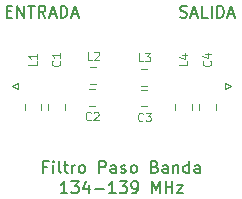
<source format=gbr>
G04 #@! TF.GenerationSoftware,KiCad,Pcbnew,(5.0.2)-1*
G04 #@! TF.CreationDate,2019-06-26T13:49:51+02:00*
G04 #@! TF.ProjectId,2.0,322e302e-6b69-4636-9164-5f7063625858,rev?*
G04 #@! TF.SameCoordinates,Original*
G04 #@! TF.FileFunction,Legend,Top*
G04 #@! TF.FilePolarity,Positive*
%FSLAX46Y46*%
G04 Gerber Fmt 4.6, Leading zero omitted, Abs format (unit mm)*
G04 Created by KiCad (PCBNEW (5.0.2)-1) date 06/26/19 13:49:51*
%MOMM*%
%LPD*%
G01*
G04 APERTURE LIST*
%ADD10C,0.200000*%
%ADD11C,0.120000*%
%ADD12C,0.150000*%
G04 APERTURE END LIST*
D10*
X118964285Y-103828571D02*
X118630952Y-103828571D01*
X118630952Y-104352380D02*
X118630952Y-103352380D01*
X119107142Y-103352380D01*
X119488095Y-104352380D02*
X119488095Y-103685714D01*
X119488095Y-103352380D02*
X119440476Y-103400000D01*
X119488095Y-103447619D01*
X119535714Y-103400000D01*
X119488095Y-103352380D01*
X119488095Y-103447619D01*
X120107142Y-104352380D02*
X120011904Y-104304761D01*
X119964285Y-104209523D01*
X119964285Y-103352380D01*
X120345238Y-103685714D02*
X120726190Y-103685714D01*
X120488095Y-103352380D02*
X120488095Y-104209523D01*
X120535714Y-104304761D01*
X120630952Y-104352380D01*
X120726190Y-104352380D01*
X121059523Y-104352380D02*
X121059523Y-103685714D01*
X121059523Y-103876190D02*
X121107142Y-103780952D01*
X121154761Y-103733333D01*
X121250000Y-103685714D01*
X121345238Y-103685714D01*
X121821428Y-104352380D02*
X121726190Y-104304761D01*
X121678571Y-104257142D01*
X121630952Y-104161904D01*
X121630952Y-103876190D01*
X121678571Y-103780952D01*
X121726190Y-103733333D01*
X121821428Y-103685714D01*
X121964285Y-103685714D01*
X122059523Y-103733333D01*
X122107142Y-103780952D01*
X122154761Y-103876190D01*
X122154761Y-104161904D01*
X122107142Y-104257142D01*
X122059523Y-104304761D01*
X121964285Y-104352380D01*
X121821428Y-104352380D01*
X123345238Y-104352380D02*
X123345238Y-103352380D01*
X123726190Y-103352380D01*
X123821428Y-103400000D01*
X123869047Y-103447619D01*
X123916666Y-103542857D01*
X123916666Y-103685714D01*
X123869047Y-103780952D01*
X123821428Y-103828571D01*
X123726190Y-103876190D01*
X123345238Y-103876190D01*
X124773809Y-104352380D02*
X124773809Y-103828571D01*
X124726190Y-103733333D01*
X124630952Y-103685714D01*
X124440476Y-103685714D01*
X124345238Y-103733333D01*
X124773809Y-104304761D02*
X124678571Y-104352380D01*
X124440476Y-104352380D01*
X124345238Y-104304761D01*
X124297619Y-104209523D01*
X124297619Y-104114285D01*
X124345238Y-104019047D01*
X124440476Y-103971428D01*
X124678571Y-103971428D01*
X124773809Y-103923809D01*
X125202380Y-104304761D02*
X125297619Y-104352380D01*
X125488095Y-104352380D01*
X125583333Y-104304761D01*
X125630952Y-104209523D01*
X125630952Y-104161904D01*
X125583333Y-104066666D01*
X125488095Y-104019047D01*
X125345238Y-104019047D01*
X125250000Y-103971428D01*
X125202380Y-103876190D01*
X125202380Y-103828571D01*
X125250000Y-103733333D01*
X125345238Y-103685714D01*
X125488095Y-103685714D01*
X125583333Y-103733333D01*
X126202380Y-104352380D02*
X126107142Y-104304761D01*
X126059523Y-104257142D01*
X126011904Y-104161904D01*
X126011904Y-103876190D01*
X126059523Y-103780952D01*
X126107142Y-103733333D01*
X126202380Y-103685714D01*
X126345238Y-103685714D01*
X126440476Y-103733333D01*
X126488095Y-103780952D01*
X126535714Y-103876190D01*
X126535714Y-104161904D01*
X126488095Y-104257142D01*
X126440476Y-104304761D01*
X126345238Y-104352380D01*
X126202380Y-104352380D01*
X128059523Y-103828571D02*
X128202380Y-103876190D01*
X128250000Y-103923809D01*
X128297619Y-104019047D01*
X128297619Y-104161904D01*
X128250000Y-104257142D01*
X128202380Y-104304761D01*
X128107142Y-104352380D01*
X127726190Y-104352380D01*
X127726190Y-103352380D01*
X128059523Y-103352380D01*
X128154761Y-103400000D01*
X128202380Y-103447619D01*
X128250000Y-103542857D01*
X128250000Y-103638095D01*
X128202380Y-103733333D01*
X128154761Y-103780952D01*
X128059523Y-103828571D01*
X127726190Y-103828571D01*
X129154761Y-104352380D02*
X129154761Y-103828571D01*
X129107142Y-103733333D01*
X129011904Y-103685714D01*
X128821428Y-103685714D01*
X128726190Y-103733333D01*
X129154761Y-104304761D02*
X129059523Y-104352380D01*
X128821428Y-104352380D01*
X128726190Y-104304761D01*
X128678571Y-104209523D01*
X128678571Y-104114285D01*
X128726190Y-104019047D01*
X128821428Y-103971428D01*
X129059523Y-103971428D01*
X129154761Y-103923809D01*
X129630952Y-103685714D02*
X129630952Y-104352380D01*
X129630952Y-103780952D02*
X129678571Y-103733333D01*
X129773809Y-103685714D01*
X129916666Y-103685714D01*
X130011904Y-103733333D01*
X130059523Y-103828571D01*
X130059523Y-104352380D01*
X130964285Y-104352380D02*
X130964285Y-103352380D01*
X130964285Y-104304761D02*
X130869047Y-104352380D01*
X130678571Y-104352380D01*
X130583333Y-104304761D01*
X130535714Y-104257142D01*
X130488095Y-104161904D01*
X130488095Y-103876190D01*
X130535714Y-103780952D01*
X130583333Y-103733333D01*
X130678571Y-103685714D01*
X130869047Y-103685714D01*
X130964285Y-103733333D01*
X131869047Y-104352380D02*
X131869047Y-103828571D01*
X131821428Y-103733333D01*
X131726190Y-103685714D01*
X131535714Y-103685714D01*
X131440476Y-103733333D01*
X131869047Y-104304761D02*
X131773809Y-104352380D01*
X131535714Y-104352380D01*
X131440476Y-104304761D01*
X131392857Y-104209523D01*
X131392857Y-104114285D01*
X131440476Y-104019047D01*
X131535714Y-103971428D01*
X131773809Y-103971428D01*
X131869047Y-103923809D01*
X120654761Y-106052380D02*
X120083333Y-106052380D01*
X120369047Y-106052380D02*
X120369047Y-105052380D01*
X120273809Y-105195238D01*
X120178571Y-105290476D01*
X120083333Y-105338095D01*
X120988095Y-105052380D02*
X121607142Y-105052380D01*
X121273809Y-105433333D01*
X121416666Y-105433333D01*
X121511904Y-105480952D01*
X121559523Y-105528571D01*
X121607142Y-105623809D01*
X121607142Y-105861904D01*
X121559523Y-105957142D01*
X121511904Y-106004761D01*
X121416666Y-106052380D01*
X121130952Y-106052380D01*
X121035714Y-106004761D01*
X120988095Y-105957142D01*
X122464285Y-105385714D02*
X122464285Y-106052380D01*
X122226190Y-105004761D02*
X121988095Y-105719047D01*
X122607142Y-105719047D01*
X122988095Y-105671428D02*
X123750000Y-105671428D01*
X124750000Y-106052380D02*
X124178571Y-106052380D01*
X124464285Y-106052380D02*
X124464285Y-105052380D01*
X124369047Y-105195238D01*
X124273809Y-105290476D01*
X124178571Y-105338095D01*
X125083333Y-105052380D02*
X125702380Y-105052380D01*
X125369047Y-105433333D01*
X125511904Y-105433333D01*
X125607142Y-105480952D01*
X125654761Y-105528571D01*
X125702380Y-105623809D01*
X125702380Y-105861904D01*
X125654761Y-105957142D01*
X125607142Y-106004761D01*
X125511904Y-106052380D01*
X125226190Y-106052380D01*
X125130952Y-106004761D01*
X125083333Y-105957142D01*
X126178571Y-106052380D02*
X126369047Y-106052380D01*
X126464285Y-106004761D01*
X126511904Y-105957142D01*
X126607142Y-105814285D01*
X126654761Y-105623809D01*
X126654761Y-105242857D01*
X126607142Y-105147619D01*
X126559523Y-105100000D01*
X126464285Y-105052380D01*
X126273809Y-105052380D01*
X126178571Y-105100000D01*
X126130952Y-105147619D01*
X126083333Y-105242857D01*
X126083333Y-105480952D01*
X126130952Y-105576190D01*
X126178571Y-105623809D01*
X126273809Y-105671428D01*
X126464285Y-105671428D01*
X126559523Y-105623809D01*
X126607142Y-105576190D01*
X126654761Y-105480952D01*
X127845238Y-106052380D02*
X127845238Y-105052380D01*
X128178571Y-105766666D01*
X128511904Y-105052380D01*
X128511904Y-106052380D01*
X128988095Y-106052380D02*
X128988095Y-105052380D01*
X128988095Y-105528571D02*
X129559523Y-105528571D01*
X129559523Y-106052380D02*
X129559523Y-105052380D01*
X129940476Y-105385714D02*
X130464285Y-105385714D01*
X129940476Y-106052380D01*
X130464285Y-106052380D01*
D11*
G04 #@! TO.C,C1*
X120460000Y-98491422D02*
X120460000Y-99008578D01*
X119040000Y-98491422D02*
X119040000Y-99008578D01*
G04 #@! TO.C,C2*
X123010398Y-97217551D02*
X122493242Y-97217551D01*
X123010398Y-98637551D02*
X122493242Y-98637551D01*
G04 #@! TO.C,C3*
X127431658Y-98710000D02*
X126914502Y-98710000D01*
X127431658Y-97290000D02*
X126914502Y-97290000D01*
G04 #@! TO.C,C4*
X131790000Y-98491422D02*
X131790000Y-99008578D01*
X133210000Y-98491422D02*
X133210000Y-99008578D01*
G04 #@! TO.C,ENTRADA*
X116460000Y-96750000D02*
X115960000Y-97000000D01*
X116460000Y-97250000D02*
X116460000Y-96750000D01*
X115960000Y-97000000D02*
X116460000Y-97250000D01*
G04 #@! TO.C,SALIDA*
X134540000Y-97000000D02*
X134040000Y-96750000D01*
X134040000Y-96750000D02*
X134040000Y-97250000D01*
X134040000Y-97250000D02*
X134540000Y-97000000D01*
G04 #@! TO.C,L1*
X118460000Y-98491422D02*
X118460000Y-99008578D01*
X117040000Y-98491422D02*
X117040000Y-99008578D01*
G04 #@! TO.C,L2*
X122608243Y-96822552D02*
X123125399Y-96822552D01*
X122608243Y-95402552D02*
X123125399Y-95402552D01*
G04 #@! TO.C,L3*
X126914502Y-95524228D02*
X127431658Y-95524228D01*
X126914502Y-96944228D02*
X127431658Y-96944228D01*
G04 #@! TO.C,L4*
X129790000Y-98491422D02*
X129790000Y-99008578D01*
X131210000Y-98491422D02*
X131210000Y-99008578D01*
G04 #@! TO.C,C1*
X120000000Y-94866666D02*
X120033333Y-94900000D01*
X120066666Y-95000000D01*
X120066666Y-95066666D01*
X120033333Y-95166666D01*
X119966666Y-95233333D01*
X119900000Y-95266666D01*
X119766666Y-95300000D01*
X119666666Y-95300000D01*
X119533333Y-95266666D01*
X119466666Y-95233333D01*
X119400000Y-95166666D01*
X119366666Y-95066666D01*
X119366666Y-95000000D01*
X119400000Y-94900000D01*
X119433333Y-94866666D01*
X120066666Y-94200000D02*
X120066666Y-94600000D01*
X120066666Y-94400000D02*
X119366666Y-94400000D01*
X119466666Y-94466666D01*
X119533333Y-94533333D01*
X119566666Y-94600000D01*
G04 #@! TO.C,C2*
X122635153Y-99827551D02*
X122601820Y-99860884D01*
X122501820Y-99894217D01*
X122435153Y-99894217D01*
X122335153Y-99860884D01*
X122268486Y-99794217D01*
X122235153Y-99727551D01*
X122201820Y-99594217D01*
X122201820Y-99494217D01*
X122235153Y-99360884D01*
X122268486Y-99294217D01*
X122335153Y-99227551D01*
X122435153Y-99194217D01*
X122501820Y-99194217D01*
X122601820Y-99227551D01*
X122635153Y-99260884D01*
X122901820Y-99260884D02*
X122935153Y-99227551D01*
X123001820Y-99194217D01*
X123168486Y-99194217D01*
X123235153Y-99227551D01*
X123268486Y-99260884D01*
X123301820Y-99327551D01*
X123301820Y-99394217D01*
X123268486Y-99494217D01*
X122868486Y-99894217D01*
X123301820Y-99894217D01*
G04 #@! TO.C,C3*
X127056413Y-99900000D02*
X127023080Y-99933333D01*
X126923080Y-99966666D01*
X126856413Y-99966666D01*
X126756413Y-99933333D01*
X126689746Y-99866666D01*
X126656413Y-99800000D01*
X126623080Y-99666666D01*
X126623080Y-99566666D01*
X126656413Y-99433333D01*
X126689746Y-99366666D01*
X126756413Y-99300000D01*
X126856413Y-99266666D01*
X126923080Y-99266666D01*
X127023080Y-99300000D01*
X127056413Y-99333333D01*
X127289746Y-99266666D02*
X127723080Y-99266666D01*
X127489746Y-99533333D01*
X127589746Y-99533333D01*
X127656413Y-99566666D01*
X127689746Y-99600000D01*
X127723080Y-99666666D01*
X127723080Y-99833333D01*
X127689746Y-99900000D01*
X127656413Y-99933333D01*
X127589746Y-99966666D01*
X127389746Y-99966666D01*
X127323080Y-99933333D01*
X127289746Y-99900000D01*
G04 #@! TO.C,C4*
X132750000Y-94866666D02*
X132783333Y-94900000D01*
X132816666Y-95000000D01*
X132816666Y-95066666D01*
X132783333Y-95166666D01*
X132716666Y-95233333D01*
X132650000Y-95266666D01*
X132516666Y-95300000D01*
X132416666Y-95300000D01*
X132283333Y-95266666D01*
X132216666Y-95233333D01*
X132150000Y-95166666D01*
X132116666Y-95066666D01*
X132116666Y-95000000D01*
X132150000Y-94900000D01*
X132183333Y-94866666D01*
X132350000Y-94266666D02*
X132816666Y-94266666D01*
X132083333Y-94433333D02*
X132583333Y-94600000D01*
X132583333Y-94166666D01*
G04 #@! TO.C,ENTRADA*
D12*
X115523809Y-90678571D02*
X115857142Y-90678571D01*
X116000000Y-91202380D02*
X115523809Y-91202380D01*
X115523809Y-90202380D01*
X116000000Y-90202380D01*
X116428571Y-91202380D02*
X116428571Y-90202380D01*
X117000000Y-91202380D01*
X117000000Y-90202380D01*
X117333333Y-90202380D02*
X117904761Y-90202380D01*
X117619047Y-91202380D02*
X117619047Y-90202380D01*
X118809523Y-91202380D02*
X118476190Y-90726190D01*
X118238095Y-91202380D02*
X118238095Y-90202380D01*
X118619047Y-90202380D01*
X118714285Y-90250000D01*
X118761904Y-90297619D01*
X118809523Y-90392857D01*
X118809523Y-90535714D01*
X118761904Y-90630952D01*
X118714285Y-90678571D01*
X118619047Y-90726190D01*
X118238095Y-90726190D01*
X119190476Y-90916666D02*
X119666666Y-90916666D01*
X119095238Y-91202380D02*
X119428571Y-90202380D01*
X119761904Y-91202380D01*
X120095238Y-91202380D02*
X120095238Y-90202380D01*
X120333333Y-90202380D01*
X120476190Y-90250000D01*
X120571428Y-90345238D01*
X120619047Y-90440476D01*
X120666666Y-90630952D01*
X120666666Y-90773809D01*
X120619047Y-90964285D01*
X120571428Y-91059523D01*
X120476190Y-91154761D01*
X120333333Y-91202380D01*
X120095238Y-91202380D01*
X121047619Y-90916666D02*
X121523809Y-90916666D01*
X120952380Y-91202380D02*
X121285714Y-90202380D01*
X121619047Y-91202380D01*
G04 #@! TO.C,SALIDA*
X130214285Y-91154761D02*
X130357142Y-91202380D01*
X130595238Y-91202380D01*
X130690476Y-91154761D01*
X130738095Y-91107142D01*
X130785714Y-91011904D01*
X130785714Y-90916666D01*
X130738095Y-90821428D01*
X130690476Y-90773809D01*
X130595238Y-90726190D01*
X130404761Y-90678571D01*
X130309523Y-90630952D01*
X130261904Y-90583333D01*
X130214285Y-90488095D01*
X130214285Y-90392857D01*
X130261904Y-90297619D01*
X130309523Y-90250000D01*
X130404761Y-90202380D01*
X130642857Y-90202380D01*
X130785714Y-90250000D01*
X131166666Y-90916666D02*
X131642857Y-90916666D01*
X131071428Y-91202380D02*
X131404761Y-90202380D01*
X131738095Y-91202380D01*
X132547619Y-91202380D02*
X132071428Y-91202380D01*
X132071428Y-90202380D01*
X132880952Y-91202380D02*
X132880952Y-90202380D01*
X133357142Y-91202380D02*
X133357142Y-90202380D01*
X133595238Y-90202380D01*
X133738095Y-90250000D01*
X133833333Y-90345238D01*
X133880952Y-90440476D01*
X133928571Y-90630952D01*
X133928571Y-90773809D01*
X133880952Y-90964285D01*
X133833333Y-91059523D01*
X133738095Y-91154761D01*
X133595238Y-91202380D01*
X133357142Y-91202380D01*
X134309523Y-90916666D02*
X134785714Y-90916666D01*
X134214285Y-91202380D02*
X134547619Y-90202380D01*
X134880952Y-91202380D01*
G04 #@! TO.C,L1*
D11*
X118066666Y-94866666D02*
X118066666Y-95200000D01*
X117366666Y-95200000D01*
X118066666Y-94266666D02*
X118066666Y-94666666D01*
X118066666Y-94466666D02*
X117366666Y-94466666D01*
X117466666Y-94533333D01*
X117533333Y-94600000D01*
X117566666Y-94666666D01*
G04 #@! TO.C,L2*
X122750154Y-94779218D02*
X122416821Y-94779218D01*
X122416821Y-94079218D01*
X122950154Y-94145885D02*
X122983487Y-94112552D01*
X123050154Y-94079218D01*
X123216821Y-94079218D01*
X123283487Y-94112552D01*
X123316821Y-94145885D01*
X123350154Y-94212552D01*
X123350154Y-94279218D01*
X123316821Y-94379218D01*
X122916821Y-94779218D01*
X123350154Y-94779218D01*
G04 #@! TO.C,L3*
X127056413Y-94900894D02*
X126723080Y-94900894D01*
X126723080Y-94200894D01*
X127223080Y-94200894D02*
X127656413Y-94200894D01*
X127423080Y-94467561D01*
X127523080Y-94467561D01*
X127589746Y-94500894D01*
X127623080Y-94534228D01*
X127656413Y-94600894D01*
X127656413Y-94767561D01*
X127623080Y-94834228D01*
X127589746Y-94867561D01*
X127523080Y-94900894D01*
X127323080Y-94900894D01*
X127256413Y-94867561D01*
X127223080Y-94834228D01*
G04 #@! TO.C,L4*
X130816666Y-94866666D02*
X130816666Y-95200000D01*
X130116666Y-95200000D01*
X130350000Y-94333333D02*
X130816666Y-94333333D01*
X130083333Y-94500000D02*
X130583333Y-94666666D01*
X130583333Y-94233333D01*
G04 #@! TD*
M02*

</source>
